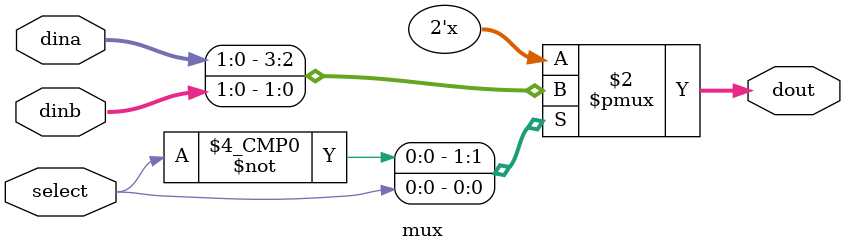
<source format=sv>
module mux #(
    parameter DATA_WIDTH = 2
) (
    input logic [DATA_WIDTH-1:0] dina,
    input logic [DATA_WIDTH-1:0] dinb,
    input logic select,
    output logic [DATA_WIDTH-1:0] dout
); 

always_comb begin : multiplexer
    unique case (select)

    1'b0 : begin
        dout = dina;
    end

    1'b1 : begin
        dout = dinb;
    end  
    endcase     
end
    
endmodule : mux


</source>
